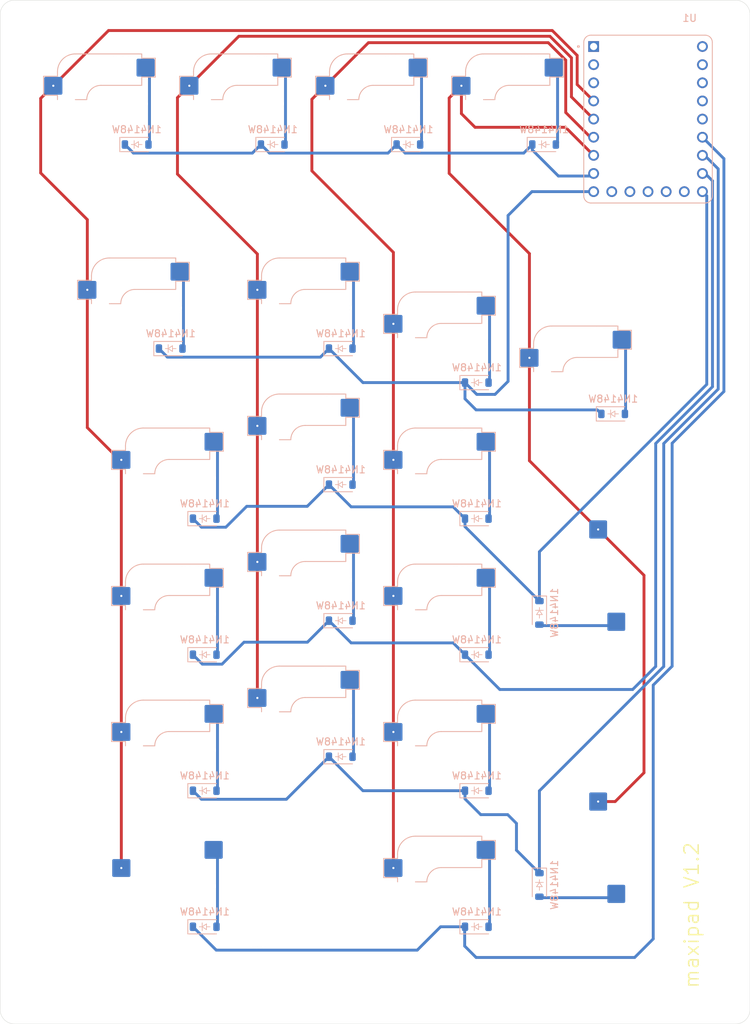
<source format=kicad_pcb>
(kicad_pcb (version 20240108) (generator "pcbnew") (generator_version "8.0")
  (layers (0 "F.Cu" signal) (31 "B.Cu" signal) (34 "B.Paste" user) (35 "F.Paste" user) (36 "B.SilkS" user "B.Silkscreen") (37 "F.SilkS" user "F.Silkscreen") (38 "B.Mask" user) (39 "F.Mask" user) (44 "Edge.Cuts" user))
  (net 0 "")
  (net 1 "COL0")
  (net 3 "COL2")
  (net 5 "COL3")
  (net 8 "ROW3")
  (net 9 "ROW5")
  (net 10 "ROW4")
  (net 11 "ROW2")
  (net 14 "Net-(D1-A)")
  (net 15 "Net-(D2-A)")
  (net 16 "Net-(D3-A)")
  (net 17 "Net-(D4-A)")
  (net 18 "Net-(D6-A)")
  (net 19 "Net-(D5-A)")
  (net 20 "Net-(D7-A)")
  (net 21 "Net-(D8-A)")
  (net 22 "Net-(D10-A)")
  (net 23 "Net-(D9-A)")
  (net 24 "Net-(D11-A)")
  (net 25 "Net-(D12-A)")
  (net 26 "Net-(D14-A)")
  (net 27 "Net-(D13-A)")
  (net 28 "Net-(D15-A)")
  (net 29 "Net-(D17-A)")
  (net 30 "Net-(D16-A)")
  (net 31 "Net-(D18-A)")
  (net 32 "Net-(D19-A)")
  (net 33 "Net-(D21-A)")
  (net 34 "Net-(D20-A)")
  (net 39 "ROW0")
  (net 40 "ROW1")
  (net 41 "COL1")
  (net 44 "unconnected-(U1-GP28-Pad19)")
  (footprint "Diode_SMD:D_SOD-123" (layer "B.Cu") (at 139.202861 124.466567)
    (property "Reference" "D13" (hide yes))
    (property "Value" "1N4148W")
  )
  (footprint "MX_Hotswap:MX-Hotswap-1U" (layer "B.Cu") (at 172.7125 80.68 180)
    (property "Reference" "SW7")
    (property "Value" "SW_Push_45deg")
  )
  (footprint "MX_Hotswap:MX-Hotswap-1U" (layer "B.Cu") (at 172.7125 137.83 180)
    (property "Reference" "SW18")
    (property "Value" "SW_Push_45deg")
  )
  (footprint "MX_Hotswap:MX-Hotswap-1U" (layer "B.Cu") (at 153.6625 114.0175 180)
    (property "Reference" "SW14")
    (property "Value" "SW_Push_45deg")
  )
  (footprint "Diode_SMD:D_SOD-123" (layer "B.Cu") (at 177.302861 86.366567)
    (property "Reference" "D7" (hide yes))
    (property "Value" "1N4148W")
  )
  (footprint "Diode_SMD:D_SOD-123" (layer "B.Cu") (at 148.727861 53.029067)
    (property "Reference" "D2" (hide yes))
    (property "Value" "1N4148W")
  )
  (footprint "Diode_SMD:D_SOD-123" (layer "B.Cu") (at 134.440361 81.604067)
    (property "Reference" "D5" (hide yes))
    (property "Value" "1N4148W")
  )
  (footprint "MX_Hotswap:MX-Hotswap-1U" (layer "B.Cu") (at 182.2375 47.3425 180)
    (property "Reference" "SW4")
    (property "Value" "SW_Push_45deg")
  )
  (footprint "Diode_SMD:D_SOD-123" (layer "B.Cu") (at 186.727861 53.029067)
    (property "Reference" "D4" (hide yes))
    (property "Value" "1N4148W")
  )
  (footprint "MX_Hotswap:MX-Hotswap-2U" (layer "B.Cu") (at 191.7625 114.0175 90)
    (property "Reference" "SW12")
    (property "Value" "SW_Push_45deg")
  )
  (footprint "Diode_SMD:D_SOD-123" (layer "B.Cu") (at 177.302861 143.516567)
    (property "Reference" "D18" (hide yes))
    (property "Value" "1N4148W")
  )
  (footprint "MX_Hotswap:MX-Hotswap-2U-ReversedStabilizers" (layer "B.Cu") (at 134.6125 156.88 180)
    (property "Reference" "SW20")
    (property "Value" "SW_Push_45deg")
  )
  (footprint "MX_Hotswap:MX-Hotswap-1U" (layer "B.Cu") (at 163.1875 47.3425 180)
    (property "Reference" "SW3")
    (property "Value" "SW_Push_45deg")
  )
  (footprint "MX_Hotswap:MX-Hotswap-2U" (layer "B.Cu") (at 191.7625 152.1175 90)
    (property "Reference" "SW19")
    (property "Value" "SW_Push_45deg")
  )
  (footprint "MX_Hotswap:MX-Hotswap-1U" (layer "B.Cu") (at 134.6125 118.78 180)
    (property "Reference" "SW13")
    (property "Value" "SW_Push_45deg")
  )
  (footprint "MX_Hotswap:MX-Hotswap-1U" (layer "B.Cu") (at 153.6625 94.9675 180)
    (property "Reference" "SW10")
    (property "Value" "SW_Push_45deg")
  )
  (footprint "Diode_SMD:D_SOD-123" (layer "B.Cu") (at 139.202861 143.516567)
    (property "Reference" "D16" (hide yes))
    (property "Value" "1N4148W")
  )
  (footprint "Diode_SMD:D_SOD-123" (layer "B.Cu") (at 129.677861 53.029067)
    (property "Reference" "D1" (hide yes))
    (property "Value" "1N4148W")
  )
  (footprint "Diode_SMD:D_SOD-123" (layer "B.Cu") (at 158.252861 81.604067)
    (property "Reference" "D6" (hide yes))
    (property "Value" "1N4148W")
  )
  (footprint "Diode_SMD:D_SOD-123" (layer "B.Cu") (at 177.302861 162.566567)
    (property "Reference" "D21" (hide yes))
    (property "Value" "1N4148W")
  )
  (footprint "Diode_SMD:D_SOD-123" (layer "B.Cu") (at 177.302861 105.416567)
    (property "Reference" "D11" (hide yes))
    (property "Value" "1N4148W")
  )
  (footprint "MX_Hotswap:MX-Hotswap-1U" (layer "B.Cu") (at 125.0875 47.3425 180)
    (property "Reference" "SW1")
    (property "Value" "SW_Push_45deg")
  )
  (footprint "MX_Hotswap:MX-Hotswap-1U" (layer "B.Cu") (at 129.85 75.9175 180)
    (property "Reference" "SW5")
    (property "Value" "SW_Push_45deg")
  )
  (footprint "MX_Hotswap:MX-Hotswap-1U" (layer "B.Cu") (at 144.1375 47.3425 180)
    (property "Reference" "SW2")
    (property "Value" "SW_Push_45deg")
  )
  (footprint "MX_Hotswap:MX-Hotswap-1U" (layer "B.Cu") (at 172.7125 156.88 180)
    (property "Reference" "SW21")
    (property "Value" "SW_Push_45deg")
  )
  (footprint "MX_Hotswap:MX-Hotswap-1U" (layer "B.Cu") (at 172.7125 99.73 180)
    (property "Reference" "SW11")
    (property "Value" "SW_Push_45deg")
  )
  (footprint "MX_Hotswap:MX-Hotswap-1U" (layer "B.Cu") (at 153.6625 133.0675 180)
    (property "Reference" "SW17")
    (property "Value" "SW_Push_45deg")
  )
  (footprint "Diode_SMD:D_SOD-123" (layer "B.Cu") (at 139.202861 162.566567)
    (property "Reference" "D20" (hide yes))
    (property "Value" "1N4148W")
  )
  (footprint "MX_Hotswap:MX-Hotswap-1U" (layer "B.Cu") (at 134.6125 137.83 180)
    (property "Reference" "SW16")
    (property "Value" "SW_Push_45deg")
  )
  (footprint "Diode_SMD:D_SOD-123" (layer "B.Cu") (at 139.202861 105.416567)
    (property "Reference" "D9" (hide yes))
    (property "Value" "1N4148W")
  )
  (footprint "Diode_SMD:D_SOD-123" (layer "B.Cu") (at 158.252861 119.704067)
    (property "Reference" "D14" (hide yes))
    (property "Value" "1N4148W")
  )
  (footprint "Diode_SMD:D_SOD-123" (layer "B.Cu") (at 196.4 90.75)
    (property "Reference" "D8" (hide yes))
    (property "Value" "1N4148W")
  )
  (footprint "Diode_SMD:D_SOD-123" (layer "B.Cu") (at 167.727861 53.029067)
    (property "Reference" "D3" (hide yes))
    (property "Value" "1N4148W")
  )
  (footprint "RP2040-ZERO:MODULE_RP2040-ZERO" (layer "B.Cu") (at 201.2875 49.4675 180)
    (property "Reference" "U1")
    (property "Value" "RP2040-ZERO_Max")
  )
  (footprint "Diode_SMD:D_SOD-123" (layer "B.Cu") (at 186.075933 118.607861 -90)
    (property "Reference" "D12" (hide yes))
    (property "Value" "1N4148W")
  )
  (footprint "MX_Hotswap:MX-Hotswap-1U" (layer "B.Cu") (at 172.7125 118.78 180)
    (property "Reference" "SW15")
    (property "Value" "SW_Push_45deg")
  )
  (footprint "Diode_SMD:D_SOD-123" (layer "B.Cu") (at 158.252861 138.754067)
    (property "Reference" "D17" (hide yes))
    (property "Value" "1N4148W")
  )
  (footprint "Diode_SMD:D_SOD-123" (layer "B.Cu") (at 177.302861 124.466567)
    (property "Reference" "D15" (hide yes))
    (property "Value" "1N4148W")
  )
  (footprint "Diode_SMD:D_SOD-123" (layer "B.Cu") (at 158.252861 100.654067)
    (property "Reference" "D10" (hide yes))
    (property "Value" "1N4148W")
  )
  (footprint "MX_Hotswap:MX-Hotswap-1U" (layer "B.Cu") (at 134.6125 99.73 180)
    (property "Reference" "SW9")
    (property "Value" "SW_Push_45deg")
  )
  (footprint "Diode_SMD:D_SOD-123" (layer "B.Cu") (at 186.075933 156.707861 -90)
    (property "Reference" "D19" (hide yes))
    (property "Value" "1N4148W")
  )
  (footprint "MX_Hotswap:MX-Hotswap-1U" (layer "B.Cu") (at 191.7625 85.4425 180)
    (property "Reference" "SW8")
    (property "Value" "SW_Push_45deg")
  )
  (footprint "MX_Hotswap:MX-Hotswap-1U" (layer "B.Cu") (at 153.6625 75.9175 180)
    (property "Reference" "SW6")
    (property "Value" "SW_Push_45deg")
  )
  (gr_line (start 110.5625 174.1675) (end 110.5625 34.8175) (stroke (width 0.05)) (layer "Edge.Cuts"))
  (gr_line (start 213.5625 176.1675) (end 112.5625 176.1675) (stroke (width 0.05)) (layer "Edge.Cuts"))
  (gr_arc (start 110.5625 34.8175) (mid 111.148286 33.403286) (end 112.5625 32.8175) (stroke (width 0.05)) (layer "Edge.Cuts"))
  (gr_line (start 112.5625 32.8175) (end 213.5625 32.8175) (stroke (width 0.05)) (layer "Edge.Cuts"))
  (gr_arc (start 112.5625 176.1675) (mid 111.148286 175.581714) (end 110.5625 174.1675) (stroke (width 0.05)) (layer "Edge.Cuts"))
  (gr_line (start 215.5625 34.8175) (end 215.5625 174.1675) (stroke (width 0.05)) (layer "Edge.Cuts"))
  (gr_arc (start 213.5625 32.8175) (mid 214.976714 33.403286) (end 215.5625 34.8175) (stroke (width 0.05)) (layer "Edge.Cuts"))
  (gr_arc (start 215.5625 174.1675) (mid 214.976714 175.581714) (end 213.5625 176.1675) (stroke (width 0.05)) (layer "Edge.Cuts"))
  (gr_text "maxipad V1.2" (at 208.5625 171.3175 90) (layer "F.SilkS") (effects (font (size 2 2) (thickness 0.2)) (justify left bottom)))
  (segment (start 127.6125 97.5175) (end 127.5275 97.6025) (width 0.4) (layer "F.Cu") (net 1))
  (segment (start 127.5275 135.29) (end 127.5275 154.34) (width 0.4) (layer "F.Cu") (net 1))
  (segment (start 116.2375 57.0175) (end 122.765 63.545) (width 0.4) (layer "F.Cu") (net 1))
  (segment (start 116.2375 46.5675) (end 116.2375 57.0175) (width 0.4) (layer "F.Cu") (net 1))
  (segment (start 127.5275 116.24) (end 127.5275 135.29) (width 0.4) (layer "F.Cu") (net 1))
  (segment (start 127.5275 97.6025) (end 127.5275 116.24) (width 0.4) (layer "F.Cu") (net 1))
  (segment (start 191.3625 40.55476) (end 191.3625 44.6225) (width 0.4) (layer "F.Cu") (net 1))
  (segment (start 122.765 73.3775) (end 122.765 92.67) (width 0.4) (layer "F.Cu") (net 1))
  (segment (start 118.0025 44.8025) (end 125.7375 37.0675) (width 0.4) (layer "F.Cu") (net 1))
  (segment (start 122.765 92.67) (end 127.6125 97.5175) (width 0.4) (layer "F.Cu") (net 1))
  (segment (start 118.0025 44.8025) (end 116.2375 46.5675) (width 0.4) (layer "F.Cu") (net 1))
  (segment (start 122.765 63.545) (end 122.765 73.3775) (width 0.4) (layer "F.Cu") (net 1))
  (segment (start 125.7375 37.0675) (end 187.87524 37.0675) (width 0.4) (layer "F.Cu") (net 1))
  (segment (start 187.87524 37.0675) (end 191.3625 40.55476) (width 0.4) (layer "F.Cu") (net 1))
  (segment (start 191.3625 44.6225) (end 193.6675 46.9275) (width 0.4) (layer "F.Cu") (net 1))
  (via (at 127.5275 97.19) (size 0.6) (drill 0.3) (layers "F.Cu" "B.Cu") (net 1))
  (via (at 122.765 73.3775) (size 0.6) (drill 0.3) (layers "F.Cu" "B.Cu") (net 1))
  (via (at 127.5275 154.34) (size 0.6) (drill 0.3) (layers "F.Cu" "B.Cu") (net 1))
  (via (at 118.0025 44.8025) (size 0.6) (drill 0.3) (layers "F.Cu" "B.Cu") (net 1))
  (via (at 127.5275 135.29) (size 0.6) (drill 0.3) (layers "F.Cu" "B.Cu") (net 1))
  (via (at 127.5275 116.24) (size 0.6) (drill 0.3) (layers "F.Cu" "B.Cu") (net 1))
  (segment (start 154.2125 56.7175) (end 165.6275 68.1325) (width 0.4) (layer "F.Cu") (net 3))
  (segment (start 156.1025 44.8025) (end 162.1375 38.7675) (width 0.4) (layer "F.Cu") (net 3))
  (segment (start 165.6275 96.7425) (end 165.6275 97.19) (width 0.4) (layer "F.Cu") (net 3))
  (segment (start 189.7625 48.5425) (end 193.2275 52.0075) (width 0.4) (layer "F.Cu") (net 3))
  (segment (start 189.7625 41.2175) (end 189.7625 48.5425) (width 0.4) (layer "F.Cu") (net 3))
  (segment (start 165.6275 116.24) (end 165.6275 135.29) (width 0.4) (layer "F.Cu") (net 3))
  (segment (start 165.6275 68.1325) (end 165.6275 78.14) (width 0.4) (layer "F.Cu") (net 3))
  (segment (start 187.3125 38.7675) (end 189.7625 41.2175) (width 0.4) (layer "F.Cu") (net 3))
  (segment (start 193.2275 52.0075) (end 193.6675 52.0075) (width 0.4) (layer "F.Cu") (net 3))
  (segment (start 162.1375 38.7675) (end 187.3125 38.7675) (width 0.4) (layer "F.Cu") (net 3))
  (segment (start 165.6275 96.7425) (end 165.6275 116.24) (width 0.4) (layer "F.Cu") (net 3))
  (segment (start 154.2125 46.6925) (end 154.2125 56.7175) (width 0.4) (layer "F.Cu") (net 3))
  (segment (start 156.1025 44.8025) (end 154.2125 46.6925) (width 0.4) (layer "F.Cu") (net 3))
  (segment (start 165.6275 135.29) (end 165.6275 154.34) (width 0.4) (layer "F.Cu") (net 3))
  (segment (start 165.6275 78.14) (end 165.6275 96.7425) (width 0.4) (layer "F.Cu") (net 3))
  (via (at 165.6275 116.24) (size 0.6) (drill 0.3) (layers "F.Cu" "B.Cu") (net 3))
  (via (at 165.6275 135.29) (size 0.6) (drill 0.3) (layers "F.Cu" "B.Cu") (net 3))
  (via (at 156.1025 44.8025) (size 0.6) (drill 0.3) (layers "F.Cu" "B.Cu") (net 3))
  (via (at 165.6275 154.34) (size 0.6) (drill 0.3) (layers "F.Cu" "B.Cu") (net 3))
  (via (at 165.6275 97.19) (size 0.6) (drill 0.3) (layers "F.Cu" "B.Cu") (net 3))
  (via (at 165.6275 78.14) (size 0.6) (drill 0.3) (layers "F.Cu" "B.Cu") (net 3))
  (segment (start 200.7215 140.997158) (end 196.686158 145.0325) (width 0.4) (layer "F.Cu") (net 5))
  (segment (start 184.6775 97.3075) (end 194.3025 106.9325) (width 0.4) (layer "F.Cu") (net 5))
  (segment (start 184.6775 68.3075) (end 184.6775 82.9025) (width 0.4) (layer "F.Cu") (net 5))
  (segment (start 189.7375 50.6175) (end 193.6675 54.5475) (width 0.4) (layer "F.Cu") (net 5))
  (segment (start 184.6775 82.9025) (end 184.6775 97.3075) (width 0.4) (layer "F.Cu") (net 5))
  (segment (start 175.1525 48.7075) (end 177.0625 50.6175) (width 0.4) (layer "F.Cu") (net 5))
  (segment (start 173.4375 46.5175) (end 173.4375 57.0675) (width 0.4) (layer "F.Cu") (net 5))
  (segment (start 175.1525 44.8025) (end 175.1525 48.7075) (width 0.4) (layer "F.Cu") (net 5))
  (segment (start 196.686158 145.0325) (end 194.3025 145.0325) (width 0.4) (layer "F.Cu") (net 5))
  (segment (start 173.4375 57.0675) (end 184.6775 68.3075) (width 0.4) (layer "F.Cu") (net 5))
  (segment (start 175.1525 44.8025) (end 173.4375 46.5175) (width 0.4) (layer "F.Cu") (net 5))
  (segment (start 200.7215 113.3515) (end 200.7215 140.997158) (width 0.4) (layer "F.Cu") (net 5))
  (segment (start 194.3025 106.9325) (end 200.7215 113.3515) (width 0.4) (layer "F.Cu") (net 5))
  (segment (start 177.0625 50.6175) (end 189.7375 50.6175) (width 0.4) (layer "F.Cu") (net 5))
  (via (at 184.6775 82.9025) (size 0.6) (drill 0.3) (layers "F.Cu" "B.Cu") (net 5))
  (via (at 194.3025 145.0325) (size 0.6) (drill 0.3) (layers "F.Cu" "B.Cu") (net 5))
  (via (at 194.3025 106.9325) (size 0.6) (drill 0.3) (layers "F.Cu" "B.Cu") (net 5))
  (via (at 175.1525 44.8025) (size 0.6) (drill 0.3) (layers "F.Cu" "B.Cu") (net 5))
  (segment (start 210.3125 86.94887) (end 202.3625 94.89887) (width 0.4) (layer "B.Cu") (net 8))
  (segment (start 180.528794 129.3425) (end 175.652861 124.466567) (width 0.4) (layer "B.Cu") (net 8))
  (segment (start 209.2825 57.0875) (end 210.3125 58.1175) (width 0.4) (layer "B.Cu") (net 8))
  (segment (start 153.589428 122.7175) (end 156.602861 119.704067) (width 0.4) (layer "B.Cu") (net 8))
  (segment (start 202.3625 126.1175) (end 199.1375 129.3425) (width 0.4) (layer "B.Cu") (net 8))
  (segment (start 174.003794 122.8175) (end 175.652861 124.466567) (width 0.4) (layer "B.Cu") (net 8))
  (segment (start 141.6375 125.7925) (end 144.7125 122.7175) (width 0.4) (layer "B.Cu") (net 8))
  (segment (start 156.602861 119.704067) (end 159.716294 122.8175) (width 0.4) (layer "B.Cu") (net 8))
  (segment (start 144.7125 122.7175) (end 153.589428 122.7175) (width 0.4) (layer "B.Cu") (net 8))
  (segment (start 210.3125 58.1175) (end 210.3125 86.94887) (width 0.4) (layer "B.Cu") (net 8))
  (segment (start 202.3625 94.89887) (end 202.3625 126.1175) (width 0.4) (layer "B.Cu") (net 8))
  (segment (start 199.1375 129.3425) (end 180.528794 129.3425) (width 0.4) (layer "B.Cu") (net 8))
  (segment (start 159.716294 122.8175) (end 174.003794 122.8175) (width 0.4) (layer "B.Cu") (net 8))
  (segment (start 137.552861 124.466567) (end 138.878794 125.7925) (width 0.4) (layer "B.Cu") (net 8))
  (segment (start 138.878794 125.7925) (end 141.6375 125.7925) (width 0.4) (layer "B.Cu") (net 8))
  (segment (start 208.9075 57.0875) (end 209.2825 57.0875) (width 0.4) (layer "B.Cu") (net 8))
  (segment (start 202.0125 128.730242) (end 204.6625 126.080242) (width 0.4) (layer "B.Cu") (net 9))
  (segment (start 202.0125 164.2675) (end 202.0125 128.730242) (width 0.4) (layer "B.Cu") (net 9))
  (segment (start 140.825294 165.839) (end 137.552861 162.566567) (width 0.4) (layer "B.Cu") (net 9))
  (segment (start 175.6125 165.2675) (end 177.2125 166.8675) (width 0.4) (layer "B.Cu") (net 9))
  (segment (start 199.4125 166.8675) (end 202.0125 164.2675) (width 0.4) (layer "B.Cu") (net 9))
  (segment (start 211.9125 55.0125) (end 208.9075 52.0075) (width 0.4) (layer "B.Cu") (net 9))
  (segment (start 175.652861 162.566567) (end 175.6125 162.606928) (width 0.4) (layer "B.Cu") (net 9))
  (segment (start 175.6125 162.606928) (end 175.902861 162.897289) (width 0.4) (layer "B.Cu") (net 9))
  (segment (start 204.6625 94.861611) (end 211.9125 87.611611) (width 0.4) (layer "B.Cu") (net 9))
  (segment (start 175.6125 162.606928) (end 175.6125 165.2675) (width 0.4) (layer "B.Cu") (net 9))
  (segment (start 177.2125 166.8675) (end 199.4125 166.8675) (width 0.4) (layer "B.Cu") (net 9))
  (segment (start 168.966 165.839) (end 140.825294 165.839) (width 0.4) (layer "B.Cu") (net 9))
  (segment (start 208.9075 52.0075) (end 209.0775 52.0075) (width 0.4) (layer "B.Cu") (net 9))
  (segment (start 204.6625 126.080242) (end 204.6625 94.861611) (width 0.4) (layer "B.Cu") (net 9))
  (segment (start 172.238433 162.566567) (end 168.966 165.839) (width 0.4) (layer "B.Cu") (net 9))
  (segment (start 211.9125 87.611611) (end 211.9125 55.0125) (width 0.4) (layer "B.Cu") (net 9))
  (segment (start 175.652861 162.566567) (end 172.238433 162.566567) (width 0.4) (layer "B.Cu") (net 9))
  (segment (start 182.8625 151.844428) (end 186.075933 155.057861) (width 0.4) (layer "B.Cu") (net 10))
  (segment (start 150.640361 144.716567) (end 156.602861 138.754067) (width 0.4) (layer "B.Cu") (net 10))
  (segment (start 209.2175 54.5475) (end 211.1125 56.4425) (width 0.4) (layer "B.Cu") (net 10))
  (segment (start 138.752861 144.716567) (end 150.640361 144.716567) (width 0.4) (layer "B.Cu") (net 10))
  (segment (start 211.1125 56.4425) (end 211.1125 87.28024) (width 0.4) (layer "B.Cu") (net 10))
  (segment (start 177.8625 146.8675) (end 181.6375 146.8675) (width 0.4) (layer "B.Cu") (net 10))
  (segment (start 175.652861 143.516567) (end 175.652861 144.657861) (width 0.4) (layer "B.Cu") (net 10))
  (segment (start 161.365361 143.516567) (end 175.652861 143.516567) (width 0.4) (layer "B.Cu") (net 10))
  (segment (start 203.4875 94.90524) (end 203.4875 126.123871) (width 0.4) (layer "B.Cu") (net 10))
  (segment (start 175.652861 144.657861) (end 177.8625 146.8675) (width 0.4) (layer "B.Cu") (net 10))
  (segment (start 186.075933 143.535438) (end 186.075933 155.057861) (width 0.4) (layer "B.Cu") (net 10))
  (segment (start 137.552861 143.516567) (end 138.752861 144.716567) (width 0.4) (layer "B.Cu") (net 10))
  (segment (start 182.8625 148.0925) (end 182.8625 151.844428) (width 0.4) (layer "B.Cu") (net 10))
  (segment (start 156.602861 138.754067) (end 161.365361 143.516567) (width 0.4) (layer "B.Cu") (net 10))
  (segment (start 211.1125 87.28024) (end 203.4875 94.90524) (width 0.4) (layer "B.Cu") (net 10))
  (segment (start 181.6375 146.8675) (end 182.8625 148.0925) (width 0.4) (layer "B.Cu") (net 10))
  (segment (start 208.9075 54.5475) (end 209.1425 54.5475) (width 0.4) (layer "B.Cu") (net 10))
  (segment (start 208.9075 54.5475) (end 209.2175 54.5475) (width 0.4) (layer "B.Cu") (net 10))
  (segment (start 203.4875 126.123871) (end 186.075933 143.535438) (width 0.4) (layer "B.Cu") (net 10))
  (segment (start 175.652861 105.416567) (end 175.652861 106.534789) (width 0.4) (layer "B.Cu") (net 11))
  (segment (start 145.0875 103.6925) (end 153.564428 103.6925) (width 0.4) (layer "B.Cu") (net 11))
  (segment (start 209.5125 60.2325) (end 209.5125 86.6175) (width 0.4) (layer "B.Cu") (net 11))
  (segment (start 138.752861 106.616567) (end 142.163433 106.616567) (width 0.4) (layer "B.Cu") (net 11))
  (segment (start 156.602861 100.654067) (end 159.716294 103.7675) (width 0.4) (layer "B.Cu") (net 11))
  (segment (start 137.552861 105.416567) (end 138.752861 106.616567) (width 0.4) (layer "B.Cu") (net 11))
  (segment (start 159.716294 103.7675) (end 174.003794 103.7675) (width 0.4) (layer "B.Cu") (net 11))
  (segment (start 142.163433 106.616567) (end 145.0875 103.6925) (width 0.4) (layer "B.Cu") (net 11))
  (segment (start 209.5125 86.6175) (end 186.075933 110.054067) (width 0.4) (layer "B.Cu") (net 11))
  (segment (start 208.9075 59.6275) (end 209.5125 60.2325) (width 0.4) (layer "B.Cu") (net 11))
  (segment (start 175.652861 106.534789) (end 186.075933 116.957861) (width 0.4) (layer "B.Cu") (net 11))
  (segment (start 174.003794 103.7675) (end 175.652861 105.416567) (width 0.4) (layer "B.Cu") (net 11))
  (segment (start 186.075933 110.054067) (end 186.075933 116.957861) (width 0.4) (layer "B.Cu") (net 11))
  (segment (start 153.564428 103.6925) (end 156.602861 100.654067) (width 0.4) (layer "B.Cu") (net 11))
  (segment (start 131.4684 42.8014) (end 131.4684 52.888528) (width 0.4) (layer "B.Cu") (net 14))
  (segment (start 130.9295 42.2625) (end 131.4684 42.8014) (width 0.4) (layer "B.Cu") (net 14))
  (segment (start 131.4684 52.888528) (end 131.327861 53.029067) (width 0.4) (layer "B.Cu") (net 14))
  (segment (start 150.5184 52.888528) (end 150.377861 53.029067) (width 0.4) (layer "B.Cu") (net 15))
  (segment (start 150.5184 42.8014) (end 150.5184 52.888528) (width 0.4) (layer "B.Cu") (net 15))
  (segment (start 149.9795 42.2625) (end 150.5184 42.8014) (width 0.4) (layer "B.Cu") (net 15))
  (segment (start 169.5684 42.8014) (end 169.5684 52.838528) (width 0.4) (layer "B.Cu") (net 16))
  (segment (start 169.0295 42.2625) (end 169.5684 42.8014) (width 0.4) (layer "B.Cu") (net 16))
  (segment (start 169.5684 52.838528) (end 169.377861 53.029067) (width 0.4) (layer "B.Cu") (net 16))
  (segment (start 188.6184 42.8014) (end 188.6184 52.788528) (width 0.4) (layer "B.Cu") (net 17))
  (segment (start 188.6184 52.788528) (end 188.377861 53.029067) (width 0.4) (layer "B.Cu") (net 17))
  (segment (start 188.0795 42.2625) (end 188.6184 42.8014) (width 0.4) (layer "B.Cu") (net 17))
  (segment (start 159.5045 70.8375) (end 160.0434 71.3764) (width 0.4) (layer "B.Cu") (net 18))
  (segment (start 160.0434 71.3764) (end 160.0434 81.463528) (width 0.4) (layer "B.Cu") (net 18))
  (segment (start 160.0434 81.463528) (end 159.902861 81.604067) (width 0.4) (layer "B.Cu") (net 18))
  (segment (start 136.2309 81.463528) (end 136.090361 81.604067) (width 0.4) (layer "B.Cu") (net 19))
  (segment (start 136.2309 71.3764) (end 136.2309 81.463528) (width 0.4) (layer "B.Cu") (net 19))
  (segment (start 135.692 70.8375) (end 136.2309 71.3764) (width 0.4) (layer "B.Cu") (net 19))
  (segment (start 179.0934 86.226028) (end 178.952861 86.366567) (width 0.4) (layer "B.Cu") (net 20))
  (segment (start 178.5545 75.6) (end 179.0934 76.1389) (width 0.4) (layer "B.Cu") (net 20))
  (segment (start 179.0934 76.1389) (end 179.0934 86.226028) (width 0.4) (layer "B.Cu") (net 20))
  (segment (start 197.6045 80.3625) (end 198.1434 80.9014) (width 0.4) (layer "B.Cu") (net 21))
  (segment (start 198.1434 80.9014) (end 198.1434 90.6566) (width 0.4) (layer "B.Cu") (net 21))
  (segment (start 198.1434 90.6566) (end 198.05 90.75) (width 0.4) (layer "B.Cu") (net 21))
  (segment (start 160.0434 100.513528) (end 159.902861 100.654067) (width 0.4) (layer "B.Cu") (net 22))
  (segment (start 159.5045 89.8875) (end 160.0434 90.4264) (width 0.4) (layer "B.Cu") (net 22))
  (segment (start 160.0434 90.4264) (end 160.0434 100.513528) (width 0.4) (layer "B.Cu") (net 22))
  (segment (start 140.9934 105.276028) (end 140.852861 105.416567) (width 0.4) (layer "B.Cu") (net 23))
  (segment (start 140.9934 95.1889) (end 140.9934 105.276028) (width 0.4) (layer "B.Cu") (net 23))
  (segment (start 140.4545 94.65) (end 140.9934 95.1889) (width 0.4) (layer "B.Cu") (net 23))
  (segment (start 179.0934 105.276028) (end 178.952861 105.416567) (width 0.4) (layer "B.Cu") (net 24))
  (segment (start 179.0934 95.1889) (end 179.0934 105.276028) (width 0.4) (layer "B.Cu") (net 24))
  (segment (start 178.5545 94.65) (end 179.0934 95.1889) (width 0.4) (layer "B.Cu") (net 24))
  (segment (start 186.216472 120.3984) (end 186.075933 120.257861) (width 0.4) (layer "B.Cu") (net 25))
  (segment (start 196.8425 119.8595) (end 196.3036 120.3984) (width 0.4) (layer "B.Cu") (net 25))
  (segment (start 196.3036 120.3984) (end 186.216472 120.3984) (width 0.4) (layer "B.Cu") (net 25))
  (segment (start 160.0434 109.4764) (end 160.0434 119.563528) (width 0.4) (layer "B.Cu") (net 26))
  (segment (start 159.5045 108.9375) (end 160.0434 109.4764) (width 0.4) (layer "B.Cu") (net 26))
  (segment (start 160.0434 119.563528) (end 159.902861 119.704067) (width 0.4) (layer "B.Cu") (net 26))
  (segment (start 140.9934 114.2389) (end 140.9934 124.326028) (width 0.4) (layer "B.Cu") (net 27))
  (segment (start 140.9934 124.326028) (end 140.852861 124.466567) (width 0.4) (layer "B.Cu") (net 27))
  (segment (start 140.4545 113.7) (end 140.9934 114.2389) (width 0.4) (layer "B.Cu") (net 27))
  (segment (start 179.0934 124.326028) (end 178.952861 124.466567) (width 0.4) (layer "B.Cu") (net 28))
  (segment (start 179.0934 114.2389) (end 179.0934 124.326028) (width 0.4) (layer "B.Cu") (net 28))
  (segment (start 178.5545 113.7) (end 179.0934 114.2389) (width 0.4) (layer "B.Cu") (net 28))
  (segment (start 159.5045 127.9875) (end 160.0434 128.5264) (width 0.4) (layer "B.Cu") (net 29))
  (segment (start 160.0434 138.613528) (end 159.902861 138.754067) (width 0.4) (layer "B.Cu") (net 29))
  (segment (start 160.0434 128.5264) (end 160.0434 138.613528) (width 0.4) (layer "B.Cu") (net 29))
  (segment (start 140.4545 132.75) (end 140.9934 133.2889) (width 0.4) (layer "B.Cu") (net 30))
  (segment (start 140.9934 133.2889) (end 140.9934 143.376028) (width 0.4) (layer "B.Cu") (net 30))
  (segment (start 140.9934 143.376028) (end 140.852861 143.516567) (width 0.4) (layer "B.Cu") (net 30))
  (segment (start 178.5545 132.75) (end 179.0934 133.2889) (width 0.4) (layer "B.Cu") (net 31))
  (segment (start 179.0934 143.376028) (end 178.952861 143.516567) (width 0.4) (layer "B.Cu") (net 31))
  (segment (start 179.0934 133.2889) (end 179.0934 143.376028) (width 0.4) (layer "B.Cu") (net 31))
  (segment (start 186.216472 158.4984) (end 186.075933 158.357861) (width 0.4) (layer "B.Cu") (net 32))
  (segment (start 196.8425 157.9595) (end 196.3036 158.4984) (width 0.4) (layer "B.Cu") (net 32))
  (segment (start 196.3036 158.4984) (end 186.216472 158.4984) (width 0.4) (layer "B.Cu") (net 32))
  (segment (start 179.0934 152.3389) (end 179.0934 162.426028) (width 0.4) (layer "B.Cu") (net 33))
  (segment (start 179.0934 162.426028) (end 178.952861 162.566567) (width 0.4) (layer "B.Cu") (net 33))
  (segment (start 178.5545 151.8) (end 179.0934 152.3389) (width 0.4) (layer "B.Cu") (net 33))
  (segment (start 140.9934 152.3389) (end 140.9934 162.426028) (width 0.4) (layer "B.Cu") (net 34))
  (segment (start 140.4545 151.8) (end 140.9934 152.3389) (width 0.4) (layer "B.Cu") (net 34))
  (segment (start 140.9934 162.426028) (end 140.852861 162.566567) (width 0.4) (layer "B.Cu") (net 34))
  (segment (start 193.3125 57.4425) (end 188.7375 57.4425) (width 0.4) (layer "B.Cu") (net 39))
  (segment (start 148.277861 54.229067) (end 164.877861 54.229067) (width 0.4) (layer "B.Cu") (net 39))
  (segment (start 166.077861 53.029067) (end 167.277861 54.229067) (width 0.4) (layer "B.Cu") (net 39))
  (segment (start 145.877861 54.229067) (end 147.077861 53.029067) (width 0.4) (layer "B.Cu") (net 39))
  (segment (start 129.227861 54.229067) (end 145.877861 54.229067) (width 0.4) (layer "B.Cu") (net 39))
  (segment (start 167.277861 54.229067) (end 183.877861 54.229067) (width 0.4) (layer "B.Cu") (net 39))
  (segment (start 164.877861 54.229067) (end 166.077861 53.029067) (width 0.4) (layer "B.Cu") (net 39))
  (segment (start 183.877861 54.229067) (end 185.077861 53.029067) (width 0.4) (layer "B.Cu") (net 39))
  (segment (start 193.6675 57.0875) (end 193.3125 57.4425) (width 0.4) (layer "B.Cu") (net 39))
  (segment (start 185.077861 53.782861) (end 185.077861 53.029067) (width 0.4) (layer "B.Cu") (net 39))
  (segment (start 188.7375 57.4425) (end 185.077861 53.782861) (width 0.4) (layer "B.Cu") (net 39))
  (segment (start 128.027861 53.029067) (end 129.227861 54.229067) (width 0.4) (layer "B.Cu") (net 39))
  (segment (start 147.077861 53.029067) (end 148.277861 54.229067) (width 0.4) (layer "B.Cu") (net 39))
  (segment (start 179.8625 88.0175) (end 181.6875 86.1925) (width 0.4) (layer "B.Cu") (net 40))
  (segment (start 175.652861 88.632861) (end 177.2125 90.1925) (width 0.4) (layer "B.Cu") (net 40))
  (segment (start 175.652861 86.366567) (end 177.303794 88.0175) (width 0.4) (layer "B.Cu") (net 40))
  (segment (start 132.790361 81.604067) (end 133.990361 82.804067) (width 0.4) (layer "B.Cu") (net 40))
  (segment (start 185.0275 59.6275) (end 193.6675 59.6275) (width 0.4) (layer "B.Cu") (net 40))
  (segment (start 155.402861 82.804067) (end 156.602861 81.604067) (width 0.4) (layer "B.Cu") (net 40))
  (segment (start 175.652861 86.366567) (end 175.652861 88.632861) (width 0.4) (layer "B.Cu") (net 40))
  (segment (start 177.303794 88.0175) (end 179.8625 88.0175) (width 0.4) (layer "B.Cu") (net 40))
  (segment (start 181.6875 86.1925) (end 181.6875 62.9675) (width 0.4) (layer "B.Cu") (net 40))
  (segment (start 194.1925 90.1925) (end 194.75 90.75) (width 0.4) (layer "B.Cu") (net 40))
  (segment (start 181.6875 62.9675) (end 185.0275 59.6275) (width 0.4) (layer "B.Cu") (net 40))
  (segment (start 161.365361 86.366567) (end 175.652861 86.366567) (width 0.4) (layer "B.Cu") (net 40))
  (segment (start 177.2125 90.1925) (end 194.1925 90.1925) (width 0.4) (layer "B.Cu") (net 40))
  (segment (start 133.990361 82.804067) (end 155.402861 82.804067) (width 0.4) (layer "B.Cu") (net 40))
  (segment (start 156.602861 81.604067) (end 161.365361 86.366567) (width 0.4) (layer "B.Cu") (net 40))
  (segment (start 146.5775 73.3775) (end 146.5775 92.4275) (width 0.4) (layer "F.Cu") (net 41))
  (segment (start 190.5625 40.88613) (end 190.5625 46.3625) (width 0.4) (layer "F.Cu") (net 41))
  (segment (start 146.5775 111.1675) (end 146.5775 130.5275) (width 0.4) (layer "F.Cu") (net 41))
  (segment (start 187.54387 37.8675) (end 190.5625 40.88613) (width 0.4) (layer "F.Cu") (net 41))
  (segment (start 135.3875 57.1675) (end 146.5775 68.3575) (width 0.4) (layer "F.Cu") (net 41))
  (segment (start 137.0525 44.8025) (end 143.9875 37.8675) (width 0.4) (layer "F.Cu") (net 41))
  (segment (start 146.5775 92.4275) (end 146.5775 111.1675) (width 0.4) (layer "F.Cu") (net 41))
  (segment (start 190.5625 46.3625) (end 193.6675 49.4675) (width 0.4) (layer "F.Cu") (net 41))
  (segment (start 146.5775 68.3575) (end 146.5775 73.3775) (width 0.4) (layer "F.Cu") (net 41))
  (segment (start 146.5775 111.1675) (end 146.5775 111.4775) (width 0.4) (layer "F.Cu") (net 41))
  (segment (start 137.0525 44.8025) (end 135.3875 46.4675) (width 0.4) (layer "F.Cu") (net 41))
  (segment (start 135.3875 46.4675) (end 135.3875 57.1675) (width 0.4) (layer "F.Cu") (net 41))
  (segment (start 143.9875 37.8675) (end 187.54387 37.8675) (width 0.4) (layer "F.Cu") (net 41))
  (via (at 137.0525 44.8025) (size 0.6) (drill 0.3) (layers "F.Cu" "B.Cu") (net 41))
  (via (at 146.5775 73.3775) (size 0.6) (drill 0.3) (layers "F.Cu" "B.Cu") (net 41))
  (via (at 146.5775 111.4775) (size 0.6) (drill 0.3) (layers "F.Cu" "B.Cu") (net 41))
  (via (at 146.5775 130.5275) (size 0.6) (drill 0.3) (layers "F.Cu" "B.Cu") (net 41))
  (via (at 146.5775 92.4275) (size 0.6) (drill 0.3) (layers "F.Cu" "B.Cu") (net 41))
  (segment (start 208.9075 49.4675) (end 208.9125 49.4675) (width 0.4) (layer "B.Cu") (net 44))
)
</source>
